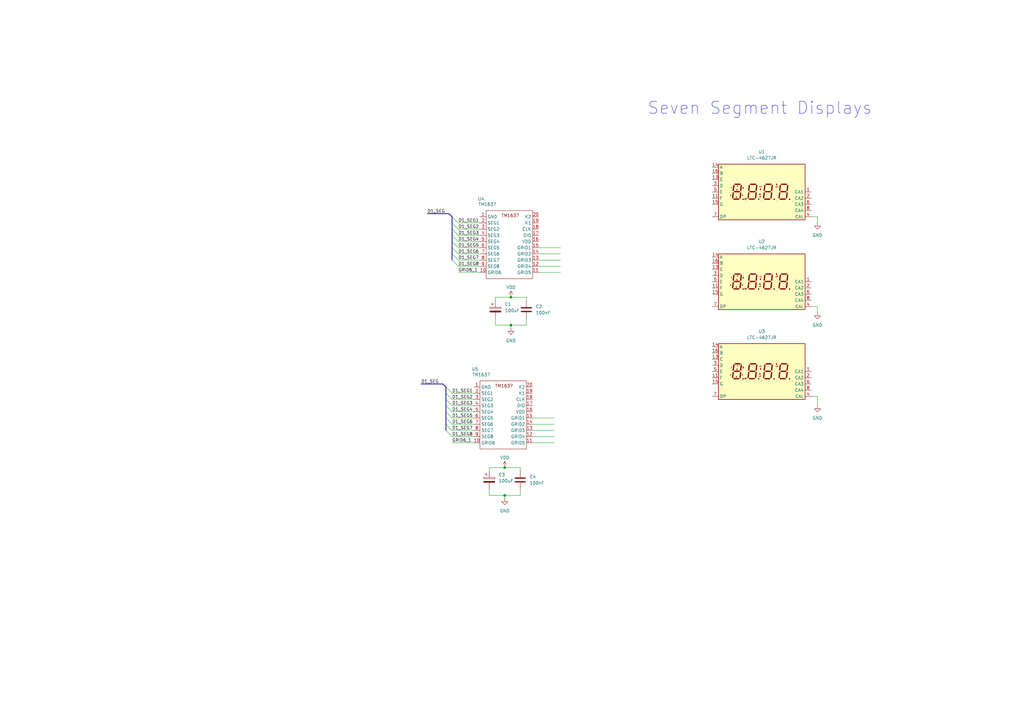
<source format=kicad_sch>
(kicad_sch (version 20231120) (generator "eeschema") (generator_version "8.0")
  (paper "A3")
  (title_block (title "Main Radio Panel") (date "2024-12-03") (rev "1") (company "Hunter Inc") (comment 1 "JD"))
  (lib_symbols
    (symbol "Device:C" (pin_numbers hide) (pin_names (offset 0.254))
      (property "Reference" "C" (at 0.635 2.54 0))
      (property "Value" "C" (at 0.635 -2.54 0))
      (symbol "C_0_1"
        (polyline (pts (xy -2.032 -0.762) (xy 2.032 -0.762)) (stroke (width 0.508)))
        (polyline (pts (xy -2.032 0.762) (xy 2.032 0.762)) (stroke (width 0.508)))
      )
      (symbol "C_1_1"
        (pin passive line (at 0 3.81 270) (length 2.794) (name "~") (number "1"))
        (pin passive line (at 0 -3.81 90) (length 2.794) (name "~") (number "2"))
      )
    )
    (symbol "Device:C_Polarized" (pin_numbers hide) (pin_names (offset 0.254))
      (property "Reference" "C" (at 0.635 2.54 0))
      (property "Value" "C_Polarized" (at 0.635 -2.54 0))
      (symbol "C_Polarized_0_1"
        (rectangle (start -2.286 0.508) (end 2.286 1.016))
        (polyline (pts (xy -1.778 2.286) (xy -0.762 2.286)))
        (polyline (pts (xy -1.27 2.794) (xy -1.27 1.778)))
        (rectangle (start 2.286 -0.508) (end -2.286 -1.016) (fill (type outline)))
      )
      (symbol "C_Polarized_1_1"
        (pin passive line (at 0 3.81 270) (length 2.794) (name "~") (number "1"))
        (pin passive line (at 0 -3.81 90) (length 2.794) (name "~") (number "2"))
      )
    )
    (symbol "Display_Character:LTC-4627JR"
      (property "Reference" "U" (at -17.78 12.7 0))
      (property "Value" "LTC-4627JR" (at 17.78 12.7 0))
      (symbol "LTC-4627JR_0_1"
        (rectangle (start -17.78 -11.43) (end 17.78 11.43) (stroke (width 0.254)) (fill (type background)))
        (rectangle (start -6.35 -3.81) (end -6.35 -3.81) (stroke (width 0.254)))
        (rectangle (start 0 -3.81) (end 0 -3.81) (stroke (width 0.254)))
        (polyline (pts (xy -6.35 -3.81) (xy -6.35 -3.81)) (stroke (width 0.254)))
        (polyline (pts (xy 0 -3.81) (xy 0 -3.81)) (stroke (width 0.254)))
        (polyline (pts (xy 6.35 -3.81) (xy 6.35 -3.81)) (stroke (width 0.254)))
        (polyline (pts (xy 12.7 -3.81) (xy 12.7 -3.81)) (stroke (width 0.254)))
        (rectangle (start 6.35 -3.81) (end 6.35 -3.81) (stroke (width 0.254)))
        (rectangle (start 12.7 -3.81) (end 12.7 -3.81) (stroke (width 0.254)))
      )
      (symbol "LTC-4627JR_1_0"
        (text "A" (at -9.906 2.413 0) (effects (font (size 0.508 0.508))))
        (text "B" (at -7.62 1.651 0) (effects (font (size 0.508 0.508))))
        (text "C" (at -7.874 -1.397 0) (effects (font (size 0.508 0.508))))
        (text "D" (at -10.414 -2.159 0) (effects (font (size 0.508 0.508))))
        (text "DP" (at -6.604 -2.921 0) (effects (font (size 0.508 0.508))))
        (text "E" (at -12.7 -1.397 0) (effects (font (size 0.508 0.508))))
        (text "F" (at -12.446 1.651 0) (effects (font (size 0.508 0.508))))
        (text "G" (at -10.16 0.889 0) (effects (font (size 0.508 0.508))))
        (text "L1" (at -0.508 2.159 0) (effects (font (size 0.508 0.508))))
        (text "L2" (at -0.762 -1.905 0) (effects (font (size 0.508 0.508))))
        (text "L3" (at 6.096 2.159 0) (effects (font (size 0.508 0.508))))
      )
      (symbol "LTC-4627JR_1_1"
        (polyline (pts (xy -11.684 -0.381) (xy -11.938 -2.413)) (stroke (width 0.508)))
        (polyline (pts (xy -11.43 -2.921) (xy -9.398 -2.921)) (stroke (width 0.508)))
        (polyline (pts (xy -11.43 2.667) (xy -11.684 0.635)) (stroke (width 0.508)))
        (polyline (pts (xy -11.176 0.127) (xy -9.144 0.127)) (stroke (width 0.508)))
        (polyline (pts (xy -10.922 3.175) (xy -8.89 3.175)) (stroke (width 0.508)))
        (polyline (pts (xy -8.636 -0.381) (xy -8.89 -2.413)) (stroke (width 0.508)))
        (polyline (pts (xy -8.382 2.667) (xy -8.636 0.635)) (stroke (width 0.508)))
        (polyline (pts (xy -7.62 -3.048) (xy -7.62 -2.921)) (stroke (width 0.508)))
        (polyline (pts (xy -5.334 -0.381) (xy -5.588 -2.413)) (stroke (width 0.508)))
        (polyline (pts (xy -5.08 -2.921) (xy -3.048 -2.921)) (stroke (width 0.508)))
        (polyline (pts (xy -5.08 2.667) (xy -5.334 0.635)) (stroke (width 0.508)))
        (polyline (pts (xy -4.826 0.127) (xy -2.794 0.127)) (stroke (width 0.508)))
        (polyline (pts (xy -4.572 3.175) (xy -2.54 3.175)) (stroke (width 0.508)))
        (polyline (pts (xy -2.286 -0.381) (xy -2.54 -2.413)) (stroke (width 0.508)))
        (polyline (pts (xy -2.032 2.667) (xy -2.286 0.635)) (stroke (width 0.508)))
        (polyline (pts (xy -1.27 -3.048) (xy -1.27 -2.921)) (stroke (width 0.508)))
        (polyline (pts (xy -0.762 -1.016) (xy -0.762 -0.889)) (stroke (width 0.508)))
        (polyline (pts (xy -0.508 1.016) (xy -0.508 1.143)) (stroke (width 0.508)))
        (polyline (pts (xy 1.016 -0.381) (xy 0.762 -2.413)) (stroke (width 0.508)))
        (polyline (pts (xy 1.27 -2.921) (xy 3.302 -2.921)) (stroke (width 0.508)))
        (polyline (pts (xy 1.27 2.667) (xy 1.016 0.635)) (stroke (width 0.508)))
        (polyline (pts (xy 1.524 0.127) (xy 3.556 0.127)) (stroke (width 0.508)))
        (polyline (pts (xy 1.778 3.175) (xy 3.81 3.175)) (stroke (width 0.508)))
        (polyline (pts (xy 4.064 -0.381) (xy 3.81 -2.413)) (stroke (width 0.508)))
        (polyline (pts (xy 4.318 2.667) (xy 4.064 0.635)) (stroke (width 0.508)))
        (polyline (pts (xy 5.08 -3.048) (xy 5.08 -2.921)) (stroke (width 0.508)))
        (polyline (pts (xy 6.096 3.048) (xy 6.096 3.175)) (stroke (width 0.508)))
        (polyline (pts (xy 7.366 -0.381) (xy 7.112 -2.413)) (stroke (width 0.508)))
        (polyline (pts (xy 7.62 -2.921) (xy 9.652 -2.921)) (stroke (width 0.508)))
        (polyline (pts (xy 7.62 2.667) (xy 7.366 0.635)) (stroke (width 0.508)))
        (polyline (pts (xy 7.874 0.127) (xy 9.906 0.127)) (stroke (width 0.508)))
        (polyline (pts (xy 8.128 3.175) (xy 10.16 3.175)) (stroke (width 0.508)))
        (polyline (pts (xy 10.414 -0.381) (xy 10.16 -2.413)) (stroke (width 0.508)))
        (polyline (pts (xy 10.668 2.667) (xy 10.414 0.635)) (stroke (width 0.508)))
        (polyline (pts (xy 11.43 -3.048) (xy 11.43 -2.921)) (stroke (width 0.508)))
        (pin input line (at 20.32 0 180) (length 2.54) (name "CA1") (number "1"))
        (pin input line (at -20.32 -2.54 0) (length 2.54) (name "F") (number "11"))
        (pin input line (at -20.32 5.08 0) (length 2.54) (name "C") (number "13"))
        (pin input line (at -20.32 10.16 0) (length 2.54) (name "A") (number "14"))
        (pin input line (at -20.32 -5.08 0) (length 2.54) (name "G") (number "15"))
        (pin input line (at -20.32 7.62 0) (length 2.54) (name "B") (number "16"))
        (pin input line (at 20.32 -2.54 180) (length 2.54) (name "CA2") (number "2"))
        (pin input line (at -20.32 2.54 0) (length 2.54) (name "D") (number "3"))
        (pin input line (at 20.32 -10.16 180) (length 2.54) (name "CAL") (number "4"))
        (pin input line (at -20.32 0 0) (length 2.54) (name "E") (number "5"))
        (pin input line (at 20.32 -5.08 180) (length 2.54) (name "CA3") (number "6"))
        (pin input line (at -20.32 -10.16 0) (length 2.54) (name "DP") (number "7"))
        (pin input line (at 20.32 -7.62 180) (length 2.54) (name "CA4") (number "8"))
        (pin no_connect line (at 17.78 7.62 180) (length 2.54) hide (name "NC") (number "9"))
      )
    )
    (symbol "Radio_Components:TM1637"
      (property "Reference" "U" (at 0 2.286 0))
      (property "Value" "TM1637" (at 3.048 0 0))
      (symbol "TM1637_0_1"
        (rectangle (start 2.54 -2.54) (end 21.59 -30.48))
      )
      (symbol "TM1637_1_0"
        (pin output line (at 0 -27.94 0) (length 2.54) (name "GRID6") (number "10"))
        (pin output line (at 24.13 -27.94 180) (length 2.54) (name "GRID5") (number "11"))
        (pin output line (at 24.13 -25.4 180) (length 2.54) (name "GRID4") (number "12"))
        (pin output line (at 24.13 -22.86 180) (length 2.54) (name "GRID3") (number "13"))
        (pin output line (at 24.13 -20.32 180) (length 2.54) (name "GRID2") (number "14"))
        (pin output line (at 24.13 -17.78 180) (length 2.54) (name "GRID1") (number "15"))
        (pin power_in line (at 24.13 -15.24 180) (length 2.54) (name "VDD") (number "16"))
        (pin bidirectional line (at 24.13 -12.7 180) (length 2.54) (name "DIO") (number "17"))
        (pin input line (at 24.13 -10.16 180) (length 2.54) (name "CLK") (number "18"))
        (pin input line (at 24.13 -7.62 180) (length 2.54) (name "K1") (number "19"))
        (pin input line (at 24.13 -5.08 180) (length 2.54) (name "K2") (number "20"))
        (pin output line (at 0 -12.7 0) (length 2.54) (name "SEG3") (number "4"))
        (pin output line (at 0 -15.24 0) (length 2.54) (name "SEG4") (number "5"))
        (pin output line (at 0 -17.78 0) (length 2.54) (name "SEG5") (number "6"))
        (pin output line (at 0 -20.32 0) (length 2.54) (name "SEG6") (number "7"))
        (pin output line (at 0 -22.86 0) (length 2.54) (name "SEG7") (number "8"))
        (pin output line (at 0 -25.4 0) (length 2.54) (name "SEG8") (number "9"))
      )
      (symbol "TM1637_1_1"
        (text "TM1637" (at 12.446 -4.572 0) (effects (font (size 1.27 1.27))))
        (pin power_in line (at 0 -5.08 0) (length 2.54) (name "GND") (number "1"))
        (pin output line (at 0 -7.62 0) (length 2.54) (name "SEG1") (number "2"))
        (pin output line (at 0 -10.16 0) (length 2.54) (name "SEG2") (number "3"))
      )
    )
    (symbol "power:GND" (power) (pin_numbers hide) (pin_names (offset 0) hide)
      (property "Value" "GND" (at 0 -3.81 0))
      (symbol "GND_0_1"
        (polyline (pts (xy 0 0) (xy 0 -1.27) (xy 1.27 -1.27) (xy 0 -2.54) (xy -1.27 -1.27) (xy 0 -1.27)))
      )
      (symbol "GND_1_1"
        (pin power_in line (at 0 0 270) (length 0) (name "~") (number "1"))
      )
    )
    (symbol "power:VDD" (power) (pin_numbers hide) (pin_names (offset 0) hide)
      (property "Value" "VDD" (at 0 3.556 0))
      (symbol "VDD_0_1"
        (polyline (pts (xy -0.762 1.27) (xy 0 2.54)))
        (polyline (pts (xy 0 0) (xy 0 2.54)))
        (polyline (pts (xy 0 2.54) (xy 0.762 1.27)))
      )
      (symbol "VDD_1_1"
        (pin power_in line (at 0 0 90) (length 0) (name "~") (number "1"))
      )
    )
  )
  (junction (at 207.01 191.77))
  (junction (at 209.55 133.35))
  (junction (at 209.55 121.92))
  (junction (at 207.01 203.2))
  (bus_entry (at 185.42 171.45) (size -2.54 -2.54))
  (bus_entry (at 185.42 168.91) (size -2.54 -2.54))
  (bus_entry (at 185.42 166.37) (size -2.54 -2.54))
  (bus_entry (at 187.96 91.44) (size -2.54 -2.54))
  (bus_entry (at 185.42 179.07) (size -2.54 -2.54))
  (bus_entry (at 187.96 109.22) (size -2.54 -2.54))
  (bus_entry (at 187.96 96.52) (size -2.54 -2.54))
  (bus_entry (at 185.42 163.83) (size -2.54 -2.54))
  (bus_entry (at 187.96 106.68) (size -2.54 -2.54))
  (bus_entry (at 185.42 173.99) (size -2.54 -2.54))
  (bus_entry (at 185.42 161.29) (size -2.54 -2.54))
  (bus_entry (at 187.96 101.6) (size -2.54 -2.54))
  (bus_entry (at 187.96 93.98) (size -2.54 -2.54))
  (bus_entry (at 187.96 99.06) (size -2.54 -2.54))
  (bus_entry (at 187.96 104.14) (size -2.54 -2.54))
  (bus_entry (at 185.42 176.53) (size -2.54 -2.54))
  (wire (pts (xy 187.96 106.68) (xy 196.85 106.68)))
  (wire (pts (xy 213.36 203.2) (xy 213.36 200.66)))
  (wire (pts (xy 185.42 179.07) (xy 194.31 179.07)))
  (wire (pts (xy 218.44 181.61) (xy 227.33 181.61)))
  (bus (pts (xy 185.42 93.98) (xy 185.42 96.52)))
  (bus (pts (xy 182.88 173.99) (xy 182.88 176.53)))
  (bus (pts (xy 182.88 163.83) (xy 182.88 166.37)))
  (wire (pts (xy 203.2 130.81) (xy 203.2 133.35)))
  (wire (pts (xy 215.9 123.19) (xy 215.9 121.92)))
  (bus (pts (xy 185.42 99.06) (xy 185.42 101.6)))
  (wire (pts (xy 200.66 200.66) (xy 200.66 203.2)))
  (bus (pts (xy 182.88 158.75) (xy 182.88 161.29)))
  (wire (pts (xy 185.42 173.99) (xy 194.31 173.99)))
  (wire (pts (xy 215.9 133.35) (xy 215.9 130.81)))
  (wire (pts (xy 187.96 109.22) (xy 196.85 109.22)))
  (wire (pts (xy 187.96 91.44) (xy 196.85 91.44)))
  (wire (pts (xy 220.98 109.22) (xy 229.87 109.22)))
  (wire (pts (xy 185.42 161.29) (xy 194.31 161.29)))
  (wire (pts (xy 335.28 88.9) (xy 335.28 91.44)))
  (wire (pts (xy 185.42 166.37) (xy 194.31 166.37)))
  (wire (pts (xy 187.96 111.76) (xy 196.85 111.76)))
  (wire (pts (xy 209.55 121.92) (xy 203.2 121.92)))
  (bus (pts (xy 185.42 88.9) (xy 184.15 87.63)))
  (wire (pts (xy 187.96 101.6) (xy 196.85 101.6)))
  (bus (pts (xy 182.88 168.91) (xy 182.88 171.45)))
  (wire (pts (xy 187.96 99.06) (xy 196.85 99.06)))
  (wire (pts (xy 332.74 125.73) (xy 335.28 125.73)))
  (bus (pts (xy 182.88 158.75) (xy 181.61 157.48)))
  (wire (pts (xy 332.74 88.9) (xy 335.28 88.9)))
  (wire (pts (xy 207.01 191.77) (xy 200.66 191.77)))
  (bus (pts (xy 185.42 104.14) (xy 185.42 106.68)))
  (wire (pts (xy 335.28 162.56) (xy 332.74 162.56)))
  (wire (pts (xy 207.01 203.2) (xy 207.01 204.47)))
  (wire (pts (xy 218.44 173.99) (xy 227.33 173.99)))
  (bus (pts (xy 185.42 101.6) (xy 185.42 104.14)))
  (bus (pts (xy 185.42 88.9) (xy 185.42 91.44)))
  (wire (pts (xy 335.28 166.37) (xy 335.28 162.56)))
  (wire (pts (xy 185.42 181.61) (xy 194.31 181.61)))
  (bus (pts (xy 175.26 87.63) (xy 184.15 87.63)))
  (wire (pts (xy 220.98 104.14) (xy 229.87 104.14)))
  (wire (pts (xy 203.2 121.92) (xy 203.2 123.19)))
  (wire (pts (xy 200.66 203.2) (xy 207.01 203.2)))
  (wire (pts (xy 185.42 176.53) (xy 194.31 176.53)))
  (bus (pts (xy 185.42 91.44) (xy 185.42 93.98)))
  (bus (pts (xy 182.88 161.29) (xy 182.88 163.83)))
  (wire (pts (xy 185.42 171.45) (xy 194.31 171.45)))
  (wire (pts (xy 200.66 191.77) (xy 200.66 193.04)))
  (wire (pts (xy 220.98 101.6) (xy 229.87 101.6)))
  (wire (pts (xy 209.55 133.35) (xy 209.55 134.62)))
  (wire (pts (xy 187.96 93.98) (xy 196.85 93.98)))
  (wire (pts (xy 335.28 125.73) (xy 335.28 128.27)))
  (wire (pts (xy 207.01 203.2) (xy 213.36 203.2)))
  (wire (pts (xy 203.2 133.35) (xy 209.55 133.35)))
  (wire (pts (xy 209.55 121.92) (xy 215.9 121.92)))
  (wire (pts (xy 213.36 193.04) (xy 213.36 191.77)))
  (bus (pts (xy 182.88 171.45) (xy 182.88 173.99)))
  (bus (pts (xy 182.88 166.37) (xy 182.88 168.91)))
  (wire (pts (xy 207.01 191.77) (xy 213.36 191.77)))
  (bus (pts (xy 172.72 157.48) (xy 181.61 157.48)))
  (wire (pts (xy 218.44 179.07) (xy 227.33 179.07)))
  (wire (pts (xy 220.98 106.68) (xy 229.87 106.68)))
  (wire (pts (xy 187.96 96.52) (xy 196.85 96.52)))
  (wire (pts (xy 185.42 168.91) (xy 194.31 168.91)))
  (wire (pts (xy 218.44 176.53) (xy 227.33 176.53)))
  (wire (pts (xy 209.55 133.35) (xy 215.9 133.35)))
  (wire (pts (xy 185.42 163.83) (xy 194.31 163.83)))
  (wire (pts (xy 187.96 104.14) (xy 196.85 104.14)))
  (bus (pts (xy 185.42 96.52) (xy 185.42 99.06)))
  (wire (pts (xy 218.44 171.45) (xy 227.33 171.45)))
  (wire (pts (xy 220.98 111.76) (xy 229.87 111.76)))
  (text "Seven Segment Displays" (at 311.658 44.45 0) (effects (font (size 5 5))))
  (label "D1_SEG5" (at 187.96 101.6 0))
  (label "D1_SEG3" (at 187.96 96.52 0))
  (label "D1_SEG" (at 172.72 157.48 0))
  (label "D1_SEG7" (at 185.42 176.53 0))
  (label "D1_SEG2" (at 187.96 93.98 0))
  (label "D1_SEG3" (at 185.42 166.37 0))
  (label "D1_SEG7" (at 187.96 106.68 0))
  (label "D1_SEG8" (at 187.96 109.22 0))
  (label "D1_SEG6" (at 187.96 104.14 0))
  (label "GRID6_1" (at 187.96 111.76 0))
  (label "D1_SEG1" (at 185.42 161.29 0))
  (label "GRID6_1" (at 185.42 181.61 0))
  (label "D1_SEG5" (at 185.42 171.45 0))
  (label "D1_SEG8" (at 185.42 179.07 0))
  (label "D1_SEG" (at 175.26 87.63 0))
  (label "D1_SEG6" (at 185.42 173.99 0))
  (label "D1_SEG4" (at 187.96 99.06 0))
  (label "D1_SEG4" (at 185.42 168.91 0))
  (label "D1_SEG2" (at 185.42 163.83 0))
  (label "D1_SEG1" (at 187.96 91.44 0))
  (symbol (lib_id "Display_Character:LTC-4627JR") (at 312.42 152.4 0) (unit 1)
    (property "Reference" "U3" (at 312.42 135.89 0))
    (property "Value" "LTC-4627JR" (at 312.42 138.43 0))
    (property "Footprint" "Display_7Segment:LTC-4627Jx" (effects (hide yes)))
    (property "Datasheet" "http://optoelectronics.liteon.com/upload/download/DS30-2000-185/LTC-4627JR.pdf" (effects (hide yes)))
    (property "Description" "4 digit 7 segment super red, common anode" (effects (hide yes)))
  )
  (symbol (lib_id "Radio_Components:TM1637") (at 194.31 153.67 0) (unit 1)
    (property "Reference" "U5" (at 194.818 151.384 0))
    (property "Value" "TM1637" (at 197.358 153.67 0))
    (property "Footprint" "Package_DIP:DIP-20_W7.62mm" (effects (hide yes)))
    (property "Datasheet" "https://m5stack.oss-cn-shenzhen.aliyuncs.com/resource/docs/datasheet/unit/digi_clock/TM1637.pdf" (effects (hide yes)))
    (property "Description" "7 Segment display driver 6 digit" (effects (hide yes)))
  )
  (symbol (lib_id "power:GND") (at 335.28 91.44 0) (unit 1)
    (property "Reference" "#PWR03" (effects (hide yes)))
    (property "Value" "GND" (at 335.28 96.52 0))
    (property "Description" "Power symbol creates a global label with name \"GND\" , ground" (effects (hide yes)))
  )
  (symbol (lib_id "power:VDD") (at 207.01 191.77 0) (unit 1)
    (property "Reference" "#PWR06" (effects (hide yes)))
    (property "Value" "VDD" (at 207.01 187.706 0))
    (property "Description" "Power symbol creates a global label with name \"VDD\"" (effects (hide yes)))
  )
  (symbol (lib_id "Display_Character:LTC-4627JR") (at 312.42 115.57 0) (unit 1)
    (property "Reference" "U2" (at 312.42 99.06 0))
    (property "Value" "LTC-4627JR" (at 312.42 101.6 0))
    (property "Footprint" "Display_7Segment:LTC-4627Jx" (effects (hide yes)))
    (property "Datasheet" "http://optoelectronics.liteon.com/upload/download/DS30-2000-185/LTC-4627JR.pdf" (effects (hide yes)))
    (property "Description" "4 digit 7 segment super red, common anode" (effects (hide yes)))
  )
  (symbol (lib_id "power:GND") (at 335.28 128.27 0) (unit 1)
    (property "Reference" "#PWR02" (effects (hide yes)))
    (property "Value" "GND" (at 335.28 133.35 0))
    (property "Description" "Power symbol creates a global label with name \"GND\" , ground" (effects (hide yes)))
  )
  (symbol (lib_id "Device:C") (at 215.9 127 0) (unit 1)
    (property "Reference" "C2" (at 219.71 125.7299 0) (effects (justify left)))
    (property "Value" "100nF" (at 219.71 128.2699 0) (effects (justify left)))
    (property "Description" "Unpolarized capacitor" (effects (hide yes)))
  )
  (symbol (lib_id "Device:C") (at 213.36 196.85 0) (unit 1)
    (property "Reference" "C4" (at 217.17 195.5799 0) (effects (justify left)))
    (property "Value" "100nF" (at 217.17 198.1199 0) (effects (justify left)))
    (property "Description" "Unpolarized capacitor" (effects (hide yes)))
  )
  (symbol (lib_id "power:VDD") (at 209.55 121.92 0) (unit 1)
    (property "Reference" "#PWR05" (effects (hide yes)))
    (property "Value" "VDD" (at 209.55 117.856 0))
    (property "Description" "Power symbol creates a global label with name \"VDD\"" (effects (hide yes)))
  )
  (symbol (lib_id "Radio_Components:TM1637") (at 196.85 83.82 0) (unit 1)
    (property "Reference" "U4" (at 197.358 81.534 0))
    (property "Value" "TM1637" (at 199.898 83.82 0))
    (property "Footprint" "Package_DIP:DIP-20_W7.62mm" (effects (hide yes)))
    (property "Datasheet" "https://m5stack.oss-cn-shenzhen.aliyuncs.com/resource/docs/datasheet/unit/digi_clock/TM1637.pdf" (effects (hide yes)))
    (property "Description" "7 Segment display driver 6 digit" (effects (hide yes)))
  )
  (symbol (lib_id "Display_Character:LTC-4627JR") (at 312.42 78.74 0) (unit 1)
    (property "Reference" "U1" (at 312.42 62.23 0))
    (property "Value" "LTC-4627JR" (at 312.42 64.77 0))
    (property "Footprint" "Display_7Segment:LTC-4627Jx" (effects (hide yes)))
    (property "Datasheet" "http://optoelectronics.liteon.com/upload/download/DS30-2000-185/LTC-4627JR.pdf" (effects (hide yes)))
    (property "Description" "4 digit 7 segment super red, common anode" (effects (hide yes)))
  )
  (symbol (lib_id "power:GND") (at 207.01 204.47 0) (unit 1)
    (property "Reference" "#PWR07" (effects (hide yes)))
    (property "Value" "GND" (at 207.01 209.55 0))
    (property "Description" "Power symbol creates a global label with name \"GND\" , ground" (effects (hide yes)))
  )
  (symbol (lib_id "power:GND") (at 209.55 134.62 0) (unit 1)
    (property "Reference" "#PWR04" (effects (hide yes)))
    (property "Value" "GND" (at 209.55 139.7 0))
    (property "Description" "Power symbol creates a global label with name \"GND\" , ground" (effects (hide yes)))
  )
  (symbol (lib_id "Device:C_Polarized") (at 203.2 127 0) (unit 1)
    (property "Reference" "C1" (at 207.01 124.8409 0) (effects (justify left)))
    (property "Value" "100uF" (at 207.01 127.3809 0) (effects (justify left)))
    (property "Description" "Polarized capacitor" (effects (hide yes)))
  )
  (symbol (lib_id "power:GND") (at 335.28 166.37 0) (unit 1)
    (property "Reference" "#PWR01" (effects (hide yes)))
    (property "Value" "GND" (at 335.28 171.45 0))
    (property "Description" "Power symbol creates a global label with name \"GND\" , ground" (effects (hide yes)))
  )
  (symbol (lib_id "Device:C_Polarized") (at 200.66 196.85 0) (unit 1)
    (property "Reference" "C3" (at 204.47 194.6909 0) (effects (justify left)))
    (property "Value" "100uF" (at 204.47 197.2309 0) (effects (justify left)))
    (property "Description" "Polarized capacitor" (effects (hide yes)))
  )
)
</source>
